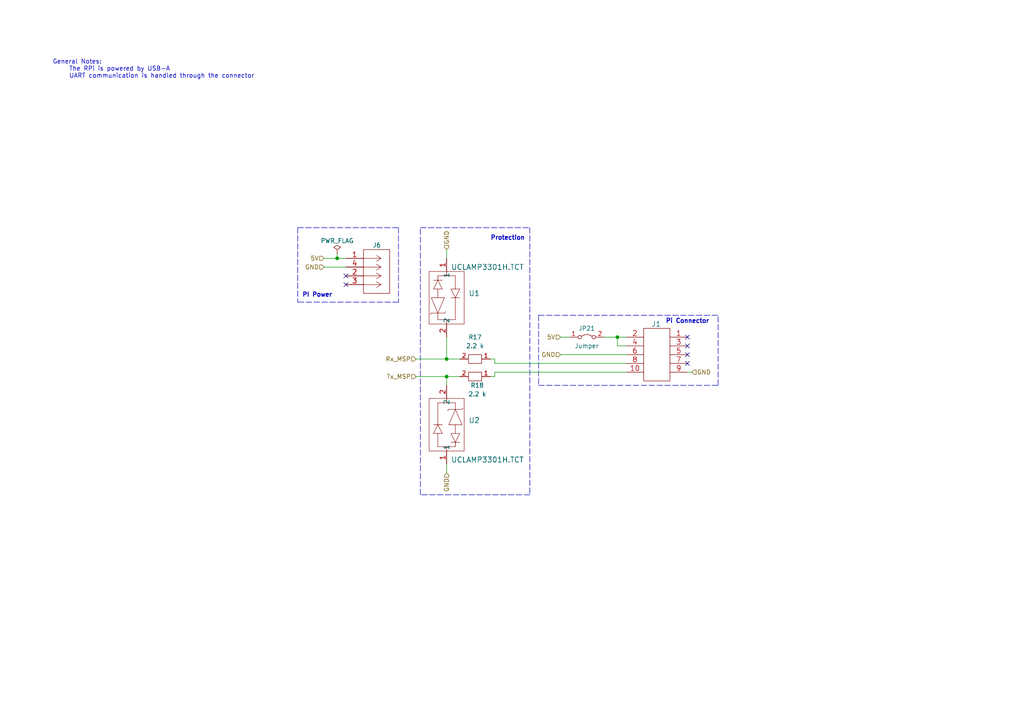
<source format=kicad_sch>
(kicad_sch (version 20211123) (generator eeschema)
  (paper "A4")
  (title_block (title "Pi Connector Subsystem") (company "The Great Gambit"))
  (lib_symbols
    (symbol "302-S101:302-S101" (pin_names (offset 0.254) hide)
      (property "Reference" "J" (at 8.636 6.604 0))
      (symbol "302-S101_0_1"
        (rectangle (start 5.08 2.54) (end 12.7 -12.7))
      )
      (symbol "302-S101_1_1"
        (pin passive line (at 0 0 0) (length 5.08) (name "1") (number "1"))
        (pin passive line (at 17.78 -10.16 180) (length 5.08) (name "10") (number "10"))
        (pin passive line (at 17.78 0 180) (length 5.08) (name "2") (number "2"))
        (pin passive line (at 0 -2.54 0) (length 5.08) (name "3") (number "3"))
        (pin passive line (at 17.78 -2.54 180) (length 5.08) (name "4") (number "4"))
        (pin passive line (at 0 -5.08 0) (length 5.08) (name "5") (number "5"))
        (pin passive line (at 17.78 -5.08 180) (length 5.08) (name "6") (number "6"))
        (pin passive line (at 0 -7.62 0) (length 5.08) (name "7") (number "7"))
        (pin passive line (at 17.78 -7.62 180) (length 5.08) (name "8") (number "8"))
        (pin passive line (at 0 -10.16 0) (length 5.08) (name "9") (number "9"))
      )
    )
    (symbol "CF14JT2K20:2.2k"
      (property "Reference" "R" (at 2.54 5.08 0))
      (property "Value" "2.2k" (at 2.54 2.54 0))
      (symbol "2.2k_0_0"
        (pin passive line (at -2.54 0 0) (length 2.54) (name "~") (number "1"))
        (pin passive line (at 6.35 0 180) (length 2.45) (name "~") (number "2"))
      )
      (symbol "2.2k_0_1"
        (polyline (pts (xy 0 1.27) (xy 3.81 1.27) (xy 3.81 -1.27) (xy 0 -1.27) (xy 0 1.27)) (stroke (width 0.1524)))
      )
    )
    (symbol "PH1-02-UA:PH1-02-UA"
      (property "Reference" "JP" (at 0 0 0))
      (property "Value" "PH1-02-UA" (at 0 0 0))
      (symbol "PH1-02-UA_0_0"
        (circle (center -2.032 2.54) (radius 0.508))
        (circle (center 2.032 2.54) (radius 0.508))
      )
      (symbol "PH1-02-UA_0_1"
        (arc (start 1.524 2.794) (mid 0 3.302) (end -1.524 2.794))
      )
      (symbol "PH1-02-UA_1_1"
        (pin passive line (at -5.08 2.54 0) (length 2.54) (name "") (number "1"))
        (pin passive line (at 5.08 2.54 180) (length 2.54) (name "") (number "2"))
      )
    )
    (symbol "UCLAMP3301H-TCT:UCLAMP3301H.TCT" (pin_names (offset 0.254))
      (property "Reference" "U" (at 20.32 10.16 0))
      (property "Value" "UCLAMP3301H.TCT" (at 20.32 7.62 0))
      (symbol "UCLAMP3301H.TCT_0_1"
        (polyline (pts (xy 12.7 0) (xy 13.97 0)))
        (polyline (pts (xy 13.97 -2.54) (xy 15.24 -2.54)))
        (polyline (pts (xy 27.94 0) (xy 26.67 0)))
      )
      (symbol "UCLAMP3301H.TCT_1_1"
        (polyline (pts (xy 12.7 -5.08) (xy 27.94 -5.08)) (stroke (width 0.127)))
        (polyline (pts (xy 12.7 5.08) (xy 12.7 -5.08)) (stroke (width 0.127)))
        (polyline (pts (xy 13.97 0) (xy 13.97 -2.54)) (stroke (width 0.127)))
        (polyline (pts (xy 13.97 0) (xy 13.97 2.54)) (stroke (width 0.127)))
        (polyline (pts (xy 13.97 2.54) (xy 17.78 2.54)) (stroke (width 0.127)))
        (polyline (pts (xy 15.24 -2.54) (xy 15.24 -3.81)) (stroke (width 0.127)))
        (polyline (pts (xy 15.24 -2.54) (xy 15.24 -1.27)) (stroke (width 0.127)))
        (polyline (pts (xy 15.24 -2.54) (xy 17.78 -1.27)) (stroke (width 0.127)))
        (polyline (pts (xy 17.78 -3.81) (xy 15.24 -2.54)) (stroke (width 0.127)))
        (polyline (pts (xy 17.78 -2.54) (xy 20.32 -2.54)) (stroke (width 0.127)))
        (polyline (pts (xy 17.78 -1.27) (xy 17.78 -3.81)) (stroke (width 0.127)))
        (polyline (pts (xy 17.78 1.27) (xy 20.32 2.54)) (stroke (width 0.127)))
        (polyline (pts (xy 17.78 2.54) (xy 17.78 1.27)) (stroke (width 0.127)))
        (polyline (pts (xy 17.78 2.54) (xy 17.78 3.81)) (stroke (width 0.127)))
        (polyline (pts (xy 17.78 3.81) (xy 20.32 2.54)) (stroke (width 0.127)))
        (polyline (pts (xy 20.32 -4.445) (xy 24.765 -2.54)) (stroke (width 0.127)))
        (polyline (pts (xy 20.32 -2.54) (xy 20.32 -4.445)) (stroke (width 0.127)))
        (polyline (pts (xy 20.32 -2.54) (xy 20.32 -0.635)) (stroke (width 0.127)))
        (polyline (pts (xy 20.32 -0.635) (xy 24.765 -2.54)) (stroke (width 0.127)))
        (polyline (pts (xy 20.32 2.54) (xy 20.32 1.27)) (stroke (width 0.127)))
        (polyline (pts (xy 20.32 2.54) (xy 20.32 3.81)) (stroke (width 0.127)))
        (polyline (pts (xy 20.32 2.54) (xy 22.86 2.54)) (stroke (width 0.127)))
        (polyline (pts (xy 24.765 -4.445) (xy 24.765 -0.635)) (stroke (width 0.127)))
        (polyline (pts (xy 24.765 -4.445) (xy 25.146 -4.826)) (stroke (width 0.127)))
        (polyline (pts (xy 24.765 -2.54) (xy 26.67 -2.54)) (stroke (width 0.127)))
        (polyline (pts (xy 24.765 -0.635) (xy 24.384 -0.254)) (stroke (width 0.127)))
        (polyline (pts (xy 26.67 0) (xy 26.67 -2.54)) (stroke (width 0.127)))
        (polyline (pts (xy 26.67 0) (xy 26.67 2.54)) (stroke (width 0.127)))
        (polyline (pts (xy 26.67 2.54) (xy 22.86 2.54)) (stroke (width 0.127)))
        (polyline (pts (xy 27.94 -5.08) (xy 27.94 5.08)) (stroke (width 0.127)))
        (polyline (pts (xy 27.94 5.08) (xy 12.7 5.08)) (stroke (width 0.127)))
        (pin passive line (at 8.89 0 0) (length 3.8) (name "1") (number "1"))
        (pin passive line (at 31.75 0 180) (length 3.8) (name "2") (number "2"))
      )
    )
    (symbol "USB1130-15-A:USB1130-15-A" (pin_names (offset 0.254) hide)
      (property "Reference" "J" (at 10.16 5.08 0))
      (symbol "USB1130-15-A_0_1"
        (rectangle (start 5.08 2.54) (end 12.7 -10.16))
      )
      (symbol "USB1130-15-A_1_1"
        (polyline (pts (xy 10.16 -7.62) (xy 5.08 -7.62)) (stroke (width 0.127)))
        (polyline (pts (xy 10.16 -7.62) (xy 8.89 -8.4582)) (stroke (width 0.127)))
        (polyline (pts (xy 10.16 -7.62) (xy 8.89 -6.7818)) (stroke (width 0.127)))
        (polyline (pts (xy 10.16 -5.08) (xy 5.08 -5.08)) (stroke (width 0.127)))
        (polyline (pts (xy 10.16 -5.08) (xy 8.89 -5.9182)) (stroke (width 0.127)))
        (polyline (pts (xy 10.16 -5.08) (xy 8.89 -4.2418)) (stroke (width 0.127)))
        (polyline (pts (xy 10.16 -2.54) (xy 5.08 -2.54)) (stroke (width 0.127)))
        (polyline (pts (xy 10.16 -2.54) (xy 8.89 -3.3782)) (stroke (width 0.127)))
        (polyline (pts (xy 10.16 -2.54) (xy 8.89 -1.7018)) (stroke (width 0.127)))
        (polyline (pts (xy 10.16 0) (xy 5.08 0)) (stroke (width 0.127)))
        (polyline (pts (xy 10.16 0) (xy 8.89 -0.8382)) (stroke (width 0.127)))
        (polyline (pts (xy 10.16 0) (xy 8.89 0.8382)) (stroke (width 0.127)))
        (pin passive line (at 0 0 0) (length 5.08) (name "1") (number "1"))
        (pin passive line (at 0 -5.08 0) (length 5.08) (name "2") (number "2"))
        (pin passive line (at 0 -7.62 0) (length 5.08) (name "3") (number "3"))
        (pin passive line (at 0 -2.54 0) (length 5.08) (name "4") (number "4"))
      )
    )
    (symbol "power:PWR_FLAG" (power) (pin_numbers hide) (pin_names (offset 0) hide)
      (property "Value" "PWR_FLAG" (at 0 3.81 0))
      (symbol "PWR_FLAG_0_0"
        (pin power_out line (at 0 0 90) (length 0) (name "pwr") (number "1"))
      )
      (symbol "PWR_FLAG_0_1"
        (polyline (pts (xy 0 0) (xy 0 1.27) (xy -1.016 1.905) (xy 0 2.54) (xy 1.016 1.905) (xy 0 1.27)))
      )
    )
  )
  (junction (at 129.54 109.22))
  (junction (at 129.54 104.14))
  (junction (at 179.07 97.79))
  (junction (at 97.79 74.93))
  (no_connect (at 199.39 102.87))
  (no_connect (at 100.33 82.55))
  (no_connect (at 199.39 97.79))
  (no_connect (at 199.39 105.41))
  (no_connect (at 199.39 100.33))
  (no_connect (at 100.33 80.01))
  (wire (pts (xy 93.98 77.47) (xy 100.33 77.47)))
  (wire (pts (xy 143.51 105.41) (xy 181.61 105.41)))
  (wire (pts (xy 181.61 100.33) (xy 179.07 100.33)))
  (polyline (pts (xy 121.92 66.04) (xy 153.67 66.04)))
  (wire (pts (xy 181.61 97.79) (xy 179.07 97.79)))
  (wire (pts (xy 120.65 109.22) (xy 129.54 109.22)))
  (polyline (pts (xy 153.67 143.51) (xy 121.92 143.51)))
  (wire (pts (xy 129.54 134.62) (xy 129.54 137.16)))
  (polyline (pts (xy 156.21 111.76) (xy 208.28 111.76)))
  (wire (pts (xy 129.54 72.39) (xy 129.54 74.93)))
  (wire (pts (xy 129.54 97.79) (xy 129.54 104.14)))
  (wire (pts (xy 142.24 109.22) (xy 143.51 109.22)))
  (wire (pts (xy 97.79 73.66) (xy 97.79 74.93)))
  (wire (pts (xy 97.79 74.93) (xy 100.33 74.93)))
  (wire (pts (xy 142.24 104.14) (xy 143.51 104.14)))
  (wire (pts (xy 143.51 104.14) (xy 143.51 105.41)))
  (polyline (pts (xy 208.28 111.76) (xy 208.28 91.44)))
  (polyline (pts (xy 156.21 91.44) (xy 156.21 111.76)))
  (wire (pts (xy 143.51 109.22) (xy 143.51 107.95)))
  (wire (pts (xy 93.98 74.93) (xy 97.79 74.93)))
  (wire (pts (xy 120.65 104.14) (xy 129.54 104.14)))
  (polyline (pts (xy 115.57 66.04) (xy 115.57 87.63)))
  (polyline (pts (xy 86.36 66.04) (xy 86.36 87.63)))
  (polyline (pts (xy 153.67 66.04) (xy 153.67 143.51)))
  (polyline (pts (xy 121.92 143.51) (xy 121.92 66.04)))
  (wire (pts (xy 162.56 97.79) (xy 165.1 97.79)))
  (polyline (pts (xy 86.36 66.04) (xy 115.57 66.04)))
  (wire (pts (xy 129.54 109.22) (xy 129.54 111.76)))
  (wire (pts (xy 181.61 102.87) (xy 162.56 102.87)))
  (wire (pts (xy 129.54 104.14) (xy 133.35 104.14)))
  (polyline (pts (xy 115.57 87.63) (xy 86.36 87.63)))
  (wire (pts (xy 179.07 97.79) (xy 175.26 97.79)))
  (wire (pts (xy 129.54 109.22) (xy 133.35 109.22)))
  (wire (pts (xy 200.66 107.95) (xy 199.39 107.95)))
  (wire (pts (xy 179.07 100.33) (xy 179.07 97.79)))
  (wire (pts (xy 143.51 107.95) (xy 181.61 107.95)))
  (polyline (pts (xy 156.21 91.44) (xy 208.28 91.44)))
  (text "General Notes:\n	The RPi is powered by USB-A\n	UART communication is handled through the connector" (at 15.24 22.86 0) (effects (font (size 1.27 1.27)) (justify left bottom)))
  (text "Protection" (at 142.24 69.85 0) (effects (font (size 1.27 1.27) bold) (justify left bottom)))
  (text "Pi Connector" (at 193.04 93.98 0) (effects (font (size 1.27 1.27) (thickness 0.254) bold) (justify left bottom)))
  (text "PI Power" (at 87.63 86.36 0) (effects (font (size 1.27 1.27) (thickness 0.254) bold) (justify left bottom)))
  (hierarchical_label "GND" (shape input) (at 93.98 77.47 180))
  (hierarchical_label "GND" (shape input) (at 162.56 102.87 180))
  (hierarchical_label "5V" (shape input) (at 93.98 74.93 180))
  (hierarchical_label "5V" (shape input) (at 162.56 97.79 180))
  (hierarchical_label "GND" (shape input) (at 129.54 137.16 270))
  (hierarchical_label "Rx_MSP" (shape input) (at 120.65 104.14 180))
  (hierarchical_label "Tx_MSP" (shape input) (at 120.65 109.22 180))
  (hierarchical_label "GND" (shape input) (at 200.66 107.95 0))
  (hierarchical_label "GND" (shape input) (at 129.54 72.39 90))
  (symbol (lib_id "CF14JT2K20:2.2k") (at 139.7 104.14 180) (unit 1)
    (property "Reference" "R17" (at 137.7881 97.79 0))
    (property "Value" "2.2 k" (at 137.7881 100.33 0))
    (property "Footprint" "Resistor_THT:R_Axial_DIN0207_L6.3mm_D2.5mm_P10.16mm_Horizontal" (effects hide))
    (property "Datasheet" "https://www.seielect.com/catalog/sei-cf_cfm.pdf" (effects hide))
    (property "Manufacturer's Part Number" "CF14JT2K20" (effects hide))
    (property "Digikey Part Number" "CF14JT2K20CT-ND" (effects hide))
    (property "Digikey Link" "https://www.digikey.com/en/products/detail/stackpole-electronics-inc/CF14JT2K20/1741321" (effects hide))
  )
  (symbol (lib_id "USB1130-15-A:USB1130-15-A") (at 100.33 74.93 0) (unit 1)
    (property "Reference" "J6" (at 110.49 71.12 0) (effects (justify right)))
    (property "Value" "USB_A" (effects hide))
    (property "Footprint" "CONN4_USB1130-15-A_GCT" (effects hide))
    (property "Datasheet" "https://media.digikey.com/pdf/Data%20Sheets/GCT%20PDFs/USB1130-USB1135.pdf" (effects hide))
    (property "Digikey Part Number" "2073-USB1130-15-ACT-ND" (effects hide))
    (property "Mouser Part Number" "640-USB1130-15-A" (effects hide))
    (property "Digikey Link" "https://www.digikey.com/en/products/detail/gct/USB1130-15-A/13545899" (effects hide))
    (property "Mouser Link" "https://www.mouser.com/ProductDetail/GCT/USB1130-15-A?qs=KUoIvG%2F9IlbUm2WMV7vmzg%3D%3D" (effects hide))
    (property "Manufacturer's Part Number" "USB1130-15-A" (effects hide))
  )
  (symbol (lib_id "302-S101:302-S101") (at 199.39 97.79 0) (mirror y) (unit 1)
    (property "Reference" "J1" (at 191.77 93.98 0) (effects (font (size 1.524 1.524)) (justify left)))
    (property "Value" "302-S101" (effects hide))
    (property "Footprint" "CONN10_302-S101_OST" (effects hide))
    (property "Datasheet" "http://www.on-shore.com/wp-content/uploads/2018/04/302-SXX1.pdf" (effects hide))
    (property "Manufacturer's Part Number" "302-S101" (effects hide))
    (property "Digikey Part Number" "ED1543-ND" (effects hide))
    (property "Digikey Link" "https://www.digikey.com/en/products/detail/on-shore-technology-inc/302-S101/2178422" (effects hide))
  )
  (symbol (lib_id "UCLAMP3301H-TCT:UCLAMP3301H.TCT") (at 129.54 66.04 270) (unit 1)
    (property "Reference" "U1" (at 135.89 85.09 90) (effects (font (size 1.524 1.524)) (justify left)))
    (property "Value" "UCLAMP3301H.TCT" (at 130.81 77.47 90) (effects (font (size 1.524 1.524)) (justify left)))
    (property "Footprint" "UCLAMP3310H-TCT:UCLAMP3301H.TCT" (effects hide))
    (property "Datasheet" "https://semtech.my.salesforce.com/sfc/p/#E0000000JelG/a/44000000MDWf/s0KJxyOHQyYOcvBXVBK9X3X8Cxj1gNltZ2vd2k1S0Wo" (effects hide))
    (property "Digikey Part Number" "UCLAMP3301HDKR-ND" (effects hide))
    (property "Mouser Part Number" " 947-UCLAMP3301H.TCT " (effects hide))
    (property "Digikey Link" "https://www.digikey.com/en/products/detail/semtech-corporation/UCLAMP3301H-TCT/1000952" (effects hide))
    (property "Mouser Link" "https://www.mouser.com/ProductDetail/Semtech/UCLAMP3301H.TCT?qs=rBWM4%252BvDhIeimYmappCp5Q%3D%3D" (effects hide))
    (property "Manufacturer's Part Number" "UCLAMP3301H.TCT" (effects hide))
  )
  (symbol (lib_id "UCLAMP3301H-TCT:UCLAMP3301H.TCT") (at 129.54 143.51 90) (unit 1)
    (property "Reference" "U2" (at 135.89 121.92 90) (effects (font (size 1.524 1.524)) (justify right)))
    (property "Value" "UCLAMP3301H.TCT" (at 130.81 133.35 90) (effects (font (size 1.524 1.524)) (justify right)))
    (property "Footprint" "UCLAMP3310H-TCT:UCLAMP3301H.TCT" (effects hide))
    (property "Datasheet" "https://semtech.my.salesforce.com/sfc/p/#E0000000JelG/a/44000000MDWf/s0KJxyOHQyYOcvBXVBK9X3X8Cxj1gNltZ2vd2k1S0Wo" (effects hide))
    (property "Digikey Part Number" "UCLAMP3301HDKR-ND" (effects hide))
    (property "Mouser Part Number" " 947-UCLAMP3301H.TCT " (effects hide))
    (property "Digikey Link" "https://www.digikey.com/en/products/detail/semtech-corporation/UCLAMP3301H-TCT/1000952" (effects hide))
    (property "Mouser Link" "https://www.mouser.com/ProductDetail/Semtech/UCLAMP3301H.TCT?qs=rBWM4%252BvDhIeimYmappCp5Q%3D%3D" (effects hide))
    (property "Manufacturer's Part Number" "UCLAMP3301H.TCT" (effects hide))
  )
  (symbol (lib_id "CF14JT2K20:2.2k") (at 139.7 109.22 180) (unit 1)
    (property "Reference" "R18" (at 138.43 111.76 0))
    (property "Value" "2.2 k" (at 138.43 114.3 0))
    (property "Footprint" "Resistor_THT:R_Axial_DIN0207_L6.3mm_D2.5mm_P10.16mm_Horizontal" (effects hide))
    (property "Datasheet" "https://www.seielect.com/catalog/sei-cf_cfm.pdf" (effects hide))
    (property "Manufacturer's Part Number" "CF14JT2K20" (effects hide))
    (property "Digikey Part Number" "CF14JT2K20CT-ND" (effects hide))
    (property "Digikey Link" "https://www.digikey.com/en/products/detail/stackpole-electronics-inc/CF14JT2K20/1741321" (effects hide))
  )
  (symbol (lib_id "power:PWR_FLAG") (at 97.79 73.66 0) (unit 1)
    (property "Reference" "#FLG01" (effects hide))
    (property "Value" "PWR_FLAG" (at 97.79 69.85 0))
  )
  (symbol (lib_id "PH1-02-UA:PH1-02-UA") (at 170.18 100.33 0) (unit 1)
    (property "Reference" "JP21" (at 170.18 95.25 0))
    (property "Value" "Jumper" (at 170.18 100.33 0))
    (property "Footprint" "TestPoint:TestPoint_2Pads_Pitch2.54mm_Drill0.8mm" (effects hide))
    (property "Datasheet" "https://app.adam-tech.com/products/download/data_sheet/201605/ph1-xx-ua-data-sheet.pdf" (effects hide))
    (property "Digikey Part Number" "2057-PH1-02-UA-ND" (effects hide))
    (property "Digikey Link" "https://www.digikey.com/en/products/detail/adam-tech/PH1-02-UA/9830266?s=N4IgTCBcDa4AwFYDsBaACgCQIwrmFAqgIIoByAIiALoC%2BQA" (effects hide))
    (property "Manufacturer's Part Number" "PH1-02-UA" (effects hide))
  )
)
</source>
